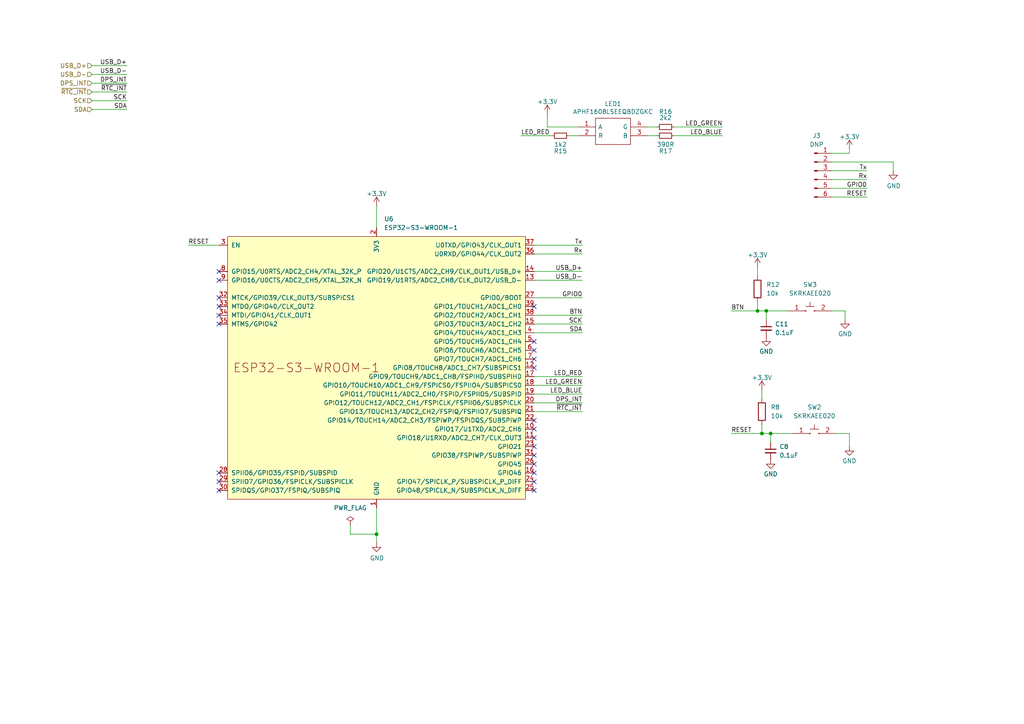
<source format=kicad_sch>
(kicad_sch (version 20230121) (generator eeschema)
  (paper "A4")
  (lib_symbols
    (symbol "APHF1608LSEEQBDZGKC:APHF1608LSEEQBDZGKC" (pin_names (offset 0.762))
      (property "Reference" "LED" (at 16.51 7.62 0))
      (property "Value" "APHF1608LSEEQBDZGKC" (at 16.51 5.08 0))
      (symbol "APHF1608LSEEQBDZGKC_0_0"
        (pin passive line (at 0 0 0) (length 5.08) (name "A") (number "1"))
        (pin passive line (at 0 -2.54 0) (length 5.08) (name "R") (number "2"))
        (pin passive line (at 20.32 -2.54 180) (length 5.08) (name "B") (number "3"))
        (pin passive line (at 20.32 0 180) (length 5.08) (name "G") (number "4"))
      )
      (symbol "APHF1608LSEEQBDZGKC_0_1"
        (polyline (pts (xy 5.08 2.54) (xy 15.24 2.54) (xy 15.24 -5.08) (xy 5.08 -5.08) (xy 5.08 2.54)) (stroke (width 0.1524)))
      )
    )
    (symbol "Connector:Conn_01x06_Pin" (pin_names (offset 1.016) hide)
      (property "Reference" "J" (at 0 7.62 0))
      (property "Value" "Conn_01x06_Pin" (at 0 -10.16 0))
      (symbol "Conn_01x06_Pin_1_1"
        (polyline (pts (xy 1.27 -7.62) (xy 0.8636 -7.62)) (stroke (width 0.1524)))
        (polyline (pts (xy 1.27 -5.08) (xy 0.8636 -5.08)) (stroke (width 0.1524)))
        (polyline (pts (xy 1.27 -2.54) (xy 0.8636 -2.54)) (stroke (width 0.1524)))
        (polyline (pts (xy 1.27 0) (xy 0.8636 0)) (stroke (width 0.1524)))
        (polyline (pts (xy 1.27 2.54) (xy 0.8636 2.54)) (stroke (width 0.1524)))
        (polyline (pts (xy 1.27 5.08) (xy 0.8636 5.08)) (stroke (width 0.1524)))
        (rectangle (start 0.8636 -7.493) (end 0 -7.747) (stroke (width 0.1524)) (fill (type outline)))
        (rectangle (start 0.8636 -4.953) (end 0 -5.207) (stroke (width 0.1524)) (fill (type outline)))
        (rectangle (start 0.8636 -2.413) (end 0 -2.667) (stroke (width 0.1524)) (fill (type outline)))
        (rectangle (start 0.8636 0.127) (end 0 -0.127) (stroke (width 0.1524)) (fill (type outline)))
        (rectangle (start 0.8636 2.667) (end 0 2.413) (stroke (width 0.1524)) (fill (type outline)))
        (rectangle (start 0.8636 5.207) (end 0 4.953) (stroke (width 0.1524)) (fill (type outline)))
        (pin passive line (at 5.08 5.08 180) (length 3.81) (name "Pin_1") (number "1"))
        (pin passive line (at 5.08 2.54 180) (length 3.81) (name "Pin_2") (number "2"))
        (pin passive line (at 5.08 0 180) (length 3.81) (name "Pin_3") (number "3"))
        (pin passive line (at 5.08 -2.54 180) (length 3.81) (name "Pin_4") (number "4"))
        (pin passive line (at 5.08 -5.08 180) (length 3.81) (name "Pin_5") (number "5"))
        (pin passive line (at 5.08 -7.62 180) (length 3.81) (name "Pin_6") (number "6"))
      )
    )
    (symbol "Device:C_Small" (pin_numbers hide) (pin_names (offset 0.254) hide)
      (property "Reference" "C" (at 0.254 1.778 0))
      (property "Value" "C_Small" (at 0.254 -2.032 0))
      (symbol "C_Small_0_1"
        (polyline (pts (xy -1.524 -0.508) (xy 1.524 -0.508)) (stroke (width 0.3302)))
        (polyline (pts (xy -1.524 0.508) (xy 1.524 0.508)) (stroke (width 0.3048)))
      )
      (symbol "C_Small_1_1"
        (pin passive line (at 0 2.54 270) (length 2.032) (name "~") (number "1"))
        (pin passive line (at 0 -2.54 90) (length 2.032) (name "~") (number "2"))
      )
    )
    (symbol "Device:R" (pin_numbers hide) (pin_names (offset 0))
      (property "Reference" "R" (at 2.032 0 90))
      (property "Value" "R" (at 0 0 90))
      (symbol "R_0_1"
        (rectangle (start -1.016 -2.54) (end 1.016 2.54) (stroke (width 0.254)))
      )
      (symbol "R_1_1"
        (pin passive line (at 0 3.81 270) (length 1.27) (name "~") (number "1"))
        (pin passive line (at 0 -3.81 90) (length 1.27) (name "~") (number "2"))
      )
    )
    (symbol "Device:R_Small" (pin_numbers hide) (pin_names (offset 0.254) hide)
      (property "Reference" "R" (at 0.762 0.508 0))
      (property "Value" "R_Small" (at 0.762 -1.016 0))
      (symbol "R_Small_0_1"
        (rectangle (start -0.762 1.778) (end 0.762 -1.778) (stroke (width 0.2032)))
      )
      (symbol "R_Small_1_1"
        (pin passive line (at 0 2.54 270) (length 0.762) (name "~") (number "1"))
        (pin passive line (at 0 -2.54 90) (length 0.762) (name "~") (number "2"))
      )
    )
    (symbol "Espressif:ESP32-S3-WROOM-1" (pin_names (offset 1.016))
      (property "Reference" "U" (at -43.18 43.18 0))
      (property "Value" "ESP32-S3-WROOM-1" (at -43.18 40.64 0))
      (symbol "ESP32-S3-WROOM-1_0_0"
        (text "ESP32-S3-WROOM-1" (at -20.32 0 0) (effects (font (size 2.54 2.54))))
        (pin power_in line (at 0 -40.64 90) (length 2.54) (name "GND") (number "1"))
        (pin bidirectional line (at 45.72 -17.78 180) (length 2.54) (name "GPIO17/U1TXD/ADC2_CH6") (number "10"))
        (pin bidirectional line (at 45.72 -20.32 180) (length 2.54) (name "GPIO18/U1RXD/ADC2_CH7/CLK_OUT3") (number "11"))
        (pin bidirectional line (at 45.72 0 180) (length 2.54) (name "GPIO8/TOUCH8/ADC1_CH7/SUBSPICS1") (number "12"))
        (pin bidirectional line (at 45.72 25.4 180) (length 2.54) (name "GPIO19/U1RTS/ADC2_CH8/CLK_OUT2/USB_D-") (number "13"))
        (pin bidirectional line (at 45.72 27.94 180) (length 2.54) (name "GPIO20/U1CTS/ADC2_CH9/CLK_OUT1/USB_D+") (number "14"))
        (pin bidirectional line (at 45.72 12.7 180) (length 2.54) (name "GPIO3/TOUCH3/ADC1_CH2") (number "15"))
        (pin bidirectional line (at 45.72 -30.48 180) (length 2.54) (name "GPIO46") (number "16"))
        (pin bidirectional line (at 45.72 -2.54 180) (length 2.54) (name "GPIO9/TOUCH9/ADC1_CH8/FSPIHD/SUBSPIHD") (number "17"))
        (pin bidirectional line (at 45.72 -5.08 180) (length 2.54) (name "GPIO10/TOUCH10/ADC1_CH9/FSPICS0/FSPIIO4/SUBSPICS0") (number "18"))
        (pin bidirectional line (at 45.72 -7.62 180) (length 2.54) (name "GPIO11/TOUCH11/ADC2_CH0/FSPID/FSPIIO5/SUBSPID") (number "19"))
        (pin power_in line (at 0 40.64 270) (length 2.54) (name "3V3") (number "2"))
        (pin bidirectional line (at 45.72 -10.16 180) (length 2.54) (name "GPIO12/TOUCH12/ADC2_CH1/FSPICLK/FSPIIO6/SUBSPICLK") (number "20"))
        (pin bidirectional line (at 45.72 -12.7 180) (length 2.54) (name "GPIO13/TOUCH13/ADC2_CH2/FSPIQ/FSPIIO7/SUBSPIQ") (number "21"))
        (pin bidirectional line (at 45.72 -15.24 180) (length 2.54) (name "GPIO14/TOUCH14/ADC2_CH3/FSPIWP/FSPIDQS/SUBSPIWP") (number "22"))
        (pin bidirectional line (at 45.72 -22.86 180) (length 2.54) (name "GPIO21") (number "23"))
        (pin bidirectional line (at 45.72 -33.02 180) (length 2.54) (name "GPIO47/SPICLK_P/SUBSPICLK_P_DIFF") (number "24"))
        (pin bidirectional line (at 45.72 -35.56 180) (length 2.54) (name "GPIO48/SPICLK_N/SUBSPICLK_N_DIFF") (number "25"))
        (pin bidirectional line (at 45.72 -27.94 180) (length 2.54) (name "GPIO45") (number "26"))
        (pin bidirectional line (at 45.72 20.32 180) (length 2.54) (name "GPIO0/BOOT") (number "27"))
        (pin bidirectional line (at -45.72 -30.48 0) (length 2.54) (name "SPIIO6/GPIO35/FSPID/SUBSPID") (number "28"))
        (pin bidirectional line (at -45.72 -33.02 0) (length 2.54) (name "SPIIO7/GPIO36/FSPICLK/SUBSPICLK") (number "29"))
        (pin input line (at -45.72 35.56 0) (length 2.54) (name "EN") (number "3"))
        (pin bidirectional line (at -45.72 -35.56 0) (length 2.54) (name "SPIDQS/GPIO37/FSPIQ/SUBSPIQ") (number "30"))
        (pin bidirectional line (at 45.72 -25.4 180) (length 2.54) (name "GPIO38/FSPIWP/SUBSPIWP") (number "31"))
        (pin bidirectional line (at -45.72 20.32 0) (length 2.54) (name "MTCK/GPIO39/CLK_OUT3/SUBSPICS1") (number "32"))
        (pin bidirectional line (at -45.72 17.78 0) (length 2.54) (name "MTDO/GPIO40/CLK_OUT2") (number "33"))
        (pin bidirectional line (at -45.72 15.24 0) (length 2.54) (name "MTDI/GPIO41/CLK_OUT1") (number "34"))
        (pin bidirectional line (at -45.72 12.7 0) (length 2.54) (name "MTMS/GPIO42") (number "35"))
        (pin bidirectional line (at 45.72 33.02 180) (length 2.54) (name "U0RXD/GPIO44/CLK_OUT2") (number "36"))
        (pin bidirectional line (at 45.72 35.56 180) (length 2.54) (name "U0TXD/GPIO43/CLK_OUT1") (number "37"))
        (pin bidirectional line (at 45.72 15.24 180) (length 2.54) (name "GPIO2/TOUCH2/ADC1_CH1") (number "38"))
        (pin bidirectional line (at 45.72 17.78 180) (length 2.54) (name "GPIO1/TOUCH1/ADC1_CH0") (number "39"))
        (pin bidirectional line (at 45.72 10.16 180) (length 2.54) (name "GPIO4/TOUCH4/ADC1_CH3") (number "4"))
        (pin passive line (at 0 -40.64 90) (length 2.54) hide (name "GND") (number "40"))
        (pin passive line (at 0 -40.64 90) (length 2.54) hide (name "GND") (number "41"))
        (pin bidirectional line (at 45.72 7.62 180) (length 2.54) (name "GPIO5/TOUCH5/ADC1_CH4") (number "5"))
        (pin bidirectional line (at 45.72 5.08 180) (length 2.54) (name "GPIO6/TOUCH6/ADC1_CH5") (number "6"))
        (pin bidirectional line (at 45.72 2.54 180) (length 2.54) (name "GPIO7/TOUCH7/ADC1_CH6") (number "7"))
        (pin bidirectional line (at -45.72 27.94 0) (length 2.54) (name "GPIO15/U0RTS/ADC2_CH4/XTAL_32K_P") (number "8"))
        (pin bidirectional line (at -45.72 25.4 0) (length 2.54) (name "GPIO16/U0CTS/ADC2_CH5/XTAL_32K_N") (number "9"))
      )
      (symbol "ESP32-S3-WROOM-1_0_1"
        (rectangle (start -43.18 38.1) (end 43.18 -38.1) (fill (type background)))
      )
    )
    (symbol "SKRKAEE020:SKRKAEE020" (pin_names (offset 1.016))
      (property "Reference" "SW" (at 0 -1.27 0))
      (property "Value" "SKRKAEE020" (at 0 3.81 0))
      (symbol "SKRKAEE020_0_1"
        (circle (center -1.27 0) (radius 0.127))
        (polyline (pts (xy -1.27 1.27) (xy 1.27 1.27)))
        (polyline (pts (xy 0 1.27) (xy 0 2.54)))
        (circle (center 1.27 0) (radius 0.127))
      )
      (symbol "SKRKAEE020_1_1"
        (pin passive line (at -6.35 0 0) (length 5.08) (name "~") (number "1"))
        (pin passive line (at 6.35 0 180) (length 5.08) (name "~") (number "2"))
      )
    )
    (symbol "power:+3.3V" (power) (pin_names (offset 0))
      (property "Value" "+3.3V" (at 0 3.556 0))
      (symbol "+3.3V_0_1"
        (polyline (pts (xy -0.762 1.27) (xy 0 2.54)))
        (polyline (pts (xy 0 0) (xy 0 2.54)))
        (polyline (pts (xy 0 2.54) (xy 0.762 1.27)))
      )
      (symbol "+3.3V_1_1"
        (pin power_in line (at 0 0 90) (length 0) hide (name "+3.3V") (number "1"))
      )
    )
    (symbol "power:GND" (power) (pin_names (offset 0))
      (property "Value" "GND" (at 0 -3.81 0))
      (symbol "GND_0_1"
        (polyline (pts (xy 0 0) (xy 0 -1.27) (xy 1.27 -1.27) (xy 0 -2.54) (xy -1.27 -1.27) (xy 0 -1.27)))
      )
      (symbol "GND_1_1"
        (pin power_in line (at 0 0 270) (length 0) hide (name "GND") (number "1"))
      )
    )
    (symbol "power:PWR_FLAG" (power) (pin_numbers hide) (pin_names (offset 0) hide)
      (property "Value" "PWR_FLAG" (at 0 3.81 0))
      (symbol "PWR_FLAG_0_0"
        (pin power_out line (at 0 0 90) (length 0) (name "pwr") (number "1"))
      )
      (symbol "PWR_FLAG_0_1"
        (polyline (pts (xy 0 0) (xy 0 1.27) (xy -1.016 1.905) (xy 0 2.54) (xy 1.016 1.905) (xy 0 1.27)))
      )
    )
  )
  (junction (at 222.25 90.17))
  (junction (at 109.22 154.94))
  (junction (at 220.98 125.73))
  (junction (at 223.52 125.73))
  (junction (at 219.71 90.17))
  (no_connect (at 63.5 81.28))
  (no_connect (at 154.94 139.7))
  (no_connect (at 154.94 129.54))
  (no_connect (at 63.5 139.7))
  (no_connect (at 154.94 137.16))
  (no_connect (at 63.5 142.24))
  (no_connect (at 154.94 142.24))
  (no_connect (at 154.94 132.08))
  (no_connect (at 154.94 124.46))
  (no_connect (at 154.94 99.06))
  (no_connect (at 154.94 106.68))
  (no_connect (at 154.94 101.6))
  (no_connect (at 154.94 104.14))
  (no_connect (at 154.94 127))
  (no_connect (at 63.5 93.98))
  (no_connect (at 63.5 91.44))
  (no_connect (at 154.94 134.62))
  (no_connect (at 63.5 78.74))
  (no_connect (at 63.5 88.9))
  (no_connect (at 154.94 88.9))
  (no_connect (at 63.5 137.16))
  (no_connect (at 154.94 121.92))
  (no_connect (at 63.5 86.36))
  (wire (pts (xy 151.13 39.37) (xy 160.02 39.37)))
  (wire (pts (xy 26.67 24.13) (xy 36.83 24.13)))
  (wire (pts (xy 54.61 71.12) (xy 63.5 71.12)))
  (wire (pts (xy 223.52 125.73) (xy 229.87 125.73)))
  (wire (pts (xy 241.3 52.07) (xy 251.46 52.07)))
  (wire (pts (xy 220.98 123.19) (xy 220.98 125.73)))
  (wire (pts (xy 241.3 49.53) (xy 251.46 49.53)))
  (wire (pts (xy 220.98 113.03) (xy 220.98 115.57)))
  (wire (pts (xy 195.58 39.37) (xy 209.55 39.37)))
  (wire (pts (xy 168.91 111.76) (xy 154.94 111.76)))
  (wire (pts (xy 154.94 109.22) (xy 168.91 109.22)))
  (wire (pts (xy 259.08 46.99) (xy 241.3 46.99)))
  (wire (pts (xy 154.94 114.3) (xy 168.91 114.3)))
  (wire (pts (xy 154.94 71.12) (xy 168.91 71.12)))
  (wire (pts (xy 212.09 125.73) (xy 220.98 125.73)))
  (wire (pts (xy 219.71 90.17) (xy 222.25 90.17)))
  (wire (pts (xy 154.94 81.28) (xy 168.91 81.28)))
  (wire (pts (xy 36.83 21.59) (xy 26.67 21.59)))
  (wire (pts (xy 109.22 59.69) (xy 109.22 66.04)))
  (wire (pts (xy 158.75 36.83) (xy 167.64 36.83)))
  (wire (pts (xy 246.38 125.73) (xy 246.38 129.54)))
  (wire (pts (xy 241.3 90.17) (xy 245.11 90.17)))
  (wire (pts (xy 154.94 96.52) (xy 168.91 96.52)))
  (wire (pts (xy 222.25 90.17) (xy 222.25 92.71)))
  (wire (pts (xy 101.6 152.4) (xy 101.6 154.94)))
  (wire (pts (xy 219.71 87.63) (xy 219.71 90.17)))
  (wire (pts (xy 26.67 31.75) (xy 36.83 31.75)))
  (wire (pts (xy 212.09 90.17) (xy 219.71 90.17)))
  (wire (pts (xy 259.08 49.53) (xy 259.08 46.99)))
  (wire (pts (xy 246.38 44.45) (xy 241.3 44.45)))
  (wire (pts (xy 187.96 36.83) (xy 190.5 36.83)))
  (wire (pts (xy 26.67 29.21) (xy 36.83 29.21)))
  (wire (pts (xy 36.83 19.05) (xy 26.67 19.05)))
  (wire (pts (xy 154.94 119.38) (xy 168.91 119.38)))
  (wire (pts (xy 154.94 116.84) (xy 168.91 116.84)))
  (wire (pts (xy 109.22 147.32) (xy 109.22 154.94)))
  (wire (pts (xy 246.38 43.18) (xy 246.38 44.45)))
  (wire (pts (xy 154.94 93.98) (xy 168.91 93.98)))
  (wire (pts (xy 209.55 36.83) (xy 195.58 36.83)))
  (wire (pts (xy 220.98 125.73) (xy 223.52 125.73)))
  (wire (pts (xy 101.6 154.94) (xy 109.22 154.94)))
  (wire (pts (xy 241.3 57.15) (xy 251.46 57.15)))
  (wire (pts (xy 165.1 39.37) (xy 167.64 39.37)))
  (wire (pts (xy 245.11 92.71) (xy 245.11 90.17)))
  (wire (pts (xy 154.94 86.36) (xy 168.91 86.36)))
  (wire (pts (xy 154.94 91.44) (xy 168.91 91.44)))
  (wire (pts (xy 190.5 39.37) (xy 187.96 39.37)))
  (wire (pts (xy 223.52 125.73) (xy 223.52 128.27)))
  (wire (pts (xy 222.25 90.17) (xy 228.6 90.17)))
  (wire (pts (xy 219.71 77.47) (xy 219.71 80.01)))
  (wire (pts (xy 154.94 78.74) (xy 168.91 78.74)))
  (wire (pts (xy 26.67 26.67) (xy 36.83 26.67)))
  (wire (pts (xy 109.22 154.94) (xy 109.22 157.48)))
  (wire (pts (xy 158.75 33.02) (xy 158.75 36.83)))
  (wire (pts (xy 241.3 54.61) (xy 251.46 54.61)))
  (wire (pts (xy 242.57 125.73) (xy 246.38 125.73)))
  (wire (pts (xy 154.94 73.66) (xy 168.91 73.66)))
  (label "SDA" (at 168.91 96.52 180))
  (label "GPIO0" (at 168.91 86.36 180))
  (label "RESET" (at 54.61 71.12 0))
  (label "LED_GREEN" (at 168.91 111.76 180))
  (label "RESET" (at 212.09 125.73 0))
  (label "BTN" (at 168.91 91.44 180))
  (label "~{RTC_INT}" (at 36.83 26.67 180))
  (label "Tx" (at 251.46 49.53 180))
  (label "Rx" (at 168.91 73.66 180))
  (label "USB_D-" (at 168.91 81.28 180))
  (label "LED_BLUE" (at 209.55 39.37 180))
  (label "SCK" (at 168.91 93.98 180))
  (label "RESET" (at 251.46 57.15 180))
  (label "DPS_INT" (at 168.91 116.84 180))
  (label "LED_RED" (at 168.91 109.22 180))
  (label "LED_GREEN" (at 209.55 36.83 180))
  (label "DPS_INT" (at 36.83 24.13 180))
  (label "Rx" (at 251.46 52.07 180))
  (label "GPIO0" (at 251.46 54.61 180))
  (label "LED_RED" (at 151.13 39.37 0))
  (label "USB_D+" (at 36.83 19.05 180))
  (label "SDA" (at 36.83 31.75 180))
  (label "SCK" (at 36.83 29.21 180))
  (label "LED_BLUE" (at 168.91 114.3 180))
  (label "Tx" (at 168.91 71.12 180))
  (label "~{RTC_INT}" (at 168.91 119.38 180))
  (label "USB_D-" (at 36.83 21.59 180))
  (label "USB_D+" (at 168.91 78.74 180))
  (label "BTN" (at 212.09 90.17 0))
  (hierarchical_label "SDA" (shape input) (at 26.67 31.75 180))
  (hierarchical_label "SCK" (shape input) (at 26.67 29.21 180))
  (hierarchical_label "~{RTC_INT}" (shape input) (at 26.67 26.67 180))
  (hierarchical_label "USB_D-" (shape input) (at 26.67 21.59 180))
  (hierarchical_label "DPS_INT" (shape input) (at 26.67 24.13 180))
  (hierarchical_label "USB_D+" (shape input) (at 26.67 19.05 180))
  (symbol (lib_id "SKRKAEE020:SKRKAEE020") (at 236.22 125.73 0) (unit 1)
    (property "Reference" "SW2" (at 236.22 118.11 0))
    (property "Value" "SKRKAEE020" (at 236.22 120.65 0))
    (property "Footprint" "SKRKAEE020:SKRKAEE020" (effects hide))
    (instances (project "ot-riwa" (path "" (reference "SW2") (unit 1)) (path "" (reference "SW3") (unit 1))))
  )
  (symbol (lib_id "power:+3.3V") (at 219.71 77.47 0) (unit 1)
    (property "Reference" "#PWR039" (effects hide))
    (property "Value" "+3.3V" (at 219.71 73.9681 0))
    (instances (project "ot-riwa" (path "" (reference "#PWR039") (unit 1)) (path "" (reference "#PWR035") (unit 1))) (project "dps368-breakout" (path "" (reference "#PWR010") (unit 1))))
  )
  (symbol (lib_id "Device:R") (at 220.98 119.38 0) (unit 1)
    (property "Reference" "R8" (at 223.52 118.11 0) (effects (justify left)))
    (property "Value" "10k" (at 223.52 120.65 0) (effects (justify left)))
    (property "Footprint" "Resistor_SMD:R_0603_1608Metric" (effects hide))
    (instances (project "ot-riwa" (path "" (reference "R8") (unit 1)) (path "" (reference "R12") (unit 1))) (project "dps368-breakout" (path "" (reference "R1") (unit 1))))
  )
  (symbol (lib_id "power:+3.3V") (at 109.22 59.69 0) (unit 1)
    (property "Reference" "#PWR021" (effects hide))
    (property "Value" "+3.3V" (at 109.22 56.1881 0))
    (instances (project "ot-riwa" (path "" (reference "#PWR021") (unit 1)) (path "" (reference "#PWR050") (unit 1))) (project "dps368-breakout" (path "" (reference "#PWR010") (unit 1))))
  )
  (symbol (lib_id "Connector:Conn_01x06_Pin") (at 236.22 49.53 0) (unit 1)
    (property "Reference" "J3" (at 236.855 39.37 0))
    (property "Value" "DNP" (at 236.855 41.91 0))
    (property "Footprint" "Connector_PinSocket_2.54mm:PinSocket_1x06_P2.54mm_Vertical" (effects hide))
    (instances (project "ot-riwa" (path "" (reference "J3") (unit 1))) (project "rep-trap-pcb" (path "" (reference "J9") (unit 1))))
  )
  (symbol (lib_id "power:GND") (at 245.11 92.71 0) (unit 1)
    (property "Reference" "#PWR041" (effects hide))
    (property "Value" "GND" (at 245.11 96.8455 0))
    (instances (project "ot-riwa" (path "" (reference "#PWR041") (unit 1)) (path "" (reference "#PWR039") (unit 1))) (project "dps368-breakout" (path "" (reference "#PWR03") (unit 1))))
  )
  (symbol (lib_id "power:PWR_FLAG") (at 101.6 152.4 0) (unit 1)
    (property "Reference" "#FLG01" (effects hide))
    (property "Value" "PWR_FLAG" (at 101.6 147.32 0))
  )
  (symbol (lib_id "Device:C_Small") (at 222.25 95.25 0) (unit 1)
    (property "Reference" "C11" (at 224.79 93.9863 0) (effects (justify left)))
    (property "Value" "0.1uF" (at 224.79 96.5263 0) (effects (justify left)))
    (property "Footprint" "Capacitor_SMD:C_0603_1608Metric" (effects hide))
    (instances (project "ot-riwa" (path "" (reference "C11") (unit 1)) (path "" (reference "C8") (unit 1))))
  )
  (symbol (lib_id "power:+3.3V") (at 220.98 113.03 0) (unit 1)
    (property "Reference" "#PWR036" (effects hide))
    (property "Value" "+3.3V" (at 220.98 109.5281 0))
    (instances (project "ot-riwa" (path "" (reference "#PWR036") (unit 1)) (path "" (reference "#PWR037") (unit 1))) (project "dps368-breakout" (path "" (reference "#PWR010") (unit 1))))
  )
  (symbol (lib_id "SKRKAEE020:SKRKAEE020") (at 234.95 90.17 0) (unit 1)
    (property "Reference" "SW3" (at 234.95 82.55 0))
    (property "Value" "SKRKAEE020" (at 234.95 85.09 0))
    (property "Footprint" "SKRKAEE020:SKRKAEE020" (effects hide))
    (instances (project "ot-riwa" (path "" (reference "SW3") (unit 1)) (path "" (reference "SW2") (unit 1))))
  )
  (symbol (lib_id "power:GND") (at 259.08 49.53 0) (unit 1)
    (property "Reference" "#PWR049" (effects hide))
    (property "Value" "GND" (at 259.207 53.9242 0))
    (instances (project "ot-riwa" (path "" (reference "#PWR049") (unit 1))) (project "RP2040_minimal" (path "" (reference "#PWR02") (unit 1))) (project "rep-trap-pcb" (path "" (reference "#PWR061") (unit 1))))
  )
  (symbol (lib_id "power:+3.3V") (at 158.75 33.02 0) (unit 1)
    (property "Reference" "#PWR021" (effects hide))
    (property "Value" "+3.3V" (at 158.75 29.5181 0))
    (instances (project "ot-riwa" (path "" (reference "#PWR021") (unit 1)) (path "" (reference "#PWR043") (unit 1))) (project "dps368-breakout" (path "" (reference "#PWR010") (unit 1))))
  )
  (symbol (lib_id "APHF1608LSEEQBDZGKC:APHF1608LSEEQBDZGKC") (at 167.64 36.83 0) (unit 1)
    (property "Reference" "LED1" (at 177.8 30.099 0))
    (property "Value" "APHF1608LSEEQBDZGKC" (at 177.8 32.4104 0))
    (property "Footprint" "APHF1608LSEEQBDZGKC:APHF1608LSEEQBDZGKC" (effects hide))
    (property "Datasheet" "https://componentsearchengine.com/Datasheets/1/APHF1608LSEEQBDZGKC.pdf" (effects hide))
    (property "Description" "Standard LEDs - SMD RGB 0603 SMD" (effects hide))
    (property "Manufacturer_Name" "Kingbright" (effects hide))
    (property "Manufacturer_Part_Number" "APHF1608LSEEQBDZGKC" (effects hide))
    (property "Mouser Part Number" "604-APHF1608LQBDZGKC" (effects hide))
    (property "Mouser Price/Stock" "https://www.mouser.co.uk/ProductDetail/Kingbright/APHF1608LSEEQBDZGKC?qs=YCa%2FAAYMW02iGkI4tWMQgA%3D%3D" (effects hide))
    (property "Arrow Part Number" "APHF1608LSEEQBDZGKC" (effects hide))
    (property "Arrow Price/Stock" "https://www.arrow.com/en/products/aphf1608lseeqbdzgkc/kingbright" (effects hide))
  )
  (symbol (lib_id "power:GND") (at 222.25 97.79 0) (unit 1)
    (property "Reference" "#PWR040" (effects hide))
    (property "Value" "GND" (at 222.25 101.9255 0))
    (instances (project "ot-riwa" (path "" (reference "#PWR040") (unit 1)) (path "" (reference "#PWR036") (unit 1))) (project "dps368-breakout" (path "" (reference "#PWR03") (unit 1))))
  )
  (symbol (lib_id "Device:R") (at 219.71 83.82 0) (unit 1)
    (property "Reference" "R12" (at 222.25 82.55 0) (effects (justify left)))
    (property "Value" "10k" (at 222.25 85.09 0) (effects (justify left)))
    (property "Footprint" "Resistor_SMD:R_0603_1608Metric" (effects hide))
    (instances (project "ot-riwa" (path "" (reference "R12") (unit 1)) (path "" (reference "R8") (unit 1))) (project "dps368-breakout" (path "" (reference "R1") (unit 1))))
  )
  (symbol (lib_id "Device:R_Small") (at 162.56 39.37 270) (unit 1)
    (property "Reference" "R15" (at 162.56 43.815 90))
    (property "Value" "1k2" (at 162.56 41.91 90))
    (property "Footprint" "Resistor_SMD:R_0603_1608Metric" (effects hide))
    (instances (project "ot-riwa" (path "" (reference "R15") (unit 1))) (project "nrf52-sensor-tag" (path "" (reference "R5") (unit 1))))
  )
  (symbol (lib_id "power:GND") (at 246.38 129.54 0) (unit 1)
    (property "Reference" "#PWR037" (effects hide))
    (property "Value" "GND" (at 246.38 133.6755 0))
    (instances (project "ot-riwa" (path "" (reference "#PWR037") (unit 1)) (path "" (reference "#PWR040") (unit 1))) (project "dps368-breakout" (path "" (reference "#PWR03") (unit 1))))
  )
  (symbol (lib_id "power:+3.3V") (at 246.38 43.18 0) (unit 1)
    (property "Reference" "#PWR024" (effects hide))
    (property "Value" "+3.3V" (at 246.38 39.6781 0))
    (instances (project "gx-base-2x2" (path "" (reference "#PWR024") (unit 1))) (project "ot-riwa" (path "" (reference "#PWR048") (unit 1))) (project "rep-trap-pcb" (path "" (reference "#PWR060") (unit 1))) (project "gx-sensor-module-temperature" (path "" (reference "#PWR028") (unit 1))))
  )
  (symbol (lib_id "power:GND") (at 223.52 133.35 0) (unit 1)
    (property "Reference" "#PWR035" (effects hide))
    (property "Value" "GND" (at 223.52 137.4855 0))
    (instances (project "ot-riwa" (path "" (reference "#PWR035") (unit 1)) (path "" (reference "#PWR038") (unit 1))) (project "dps368-breakout" (path "" (reference "#PWR03") (unit 1))))
  )
  (symbol (lib_id "Device:R_Small") (at 193.04 39.37 270) (unit 1)
    (property "Reference" "R17" (at 193.04 43.815 90))
    (property "Value" "390R" (at 193.04 41.91 90))
    (property "Footprint" "Resistor_SMD:R_0603_1608Metric" (effects hide))
    (instances (project "ot-riwa" (path "" (reference "R17") (unit 1))) (project "nrf52-sensor-tag" (path "" (reference "R7") (unit 1))))
  )
  (symbol (lib_id "Espressif:ESP32-S3-WROOM-1") (at 109.22 106.68 0) (unit 1)
    (property "Reference" "U6" (at 111.4141 63.5 0) (effects (justify left)))
    (property "Value" "ESP32-S3-WROOM-1" (at 111.4141 66.04 0) (effects (justify left)))
    (property "Footprint" "ESP32-S3:ESP32-S3-WROOM-1U" (effects hide))
    (property "Datasheet" "https://www.espressif.com/sites/default/files/documentation/esp32-s3-wroom-1_wroom-1u_datasheet_en.pdf" (effects hide))
  )
  (symbol (lib_id "Device:C_Small") (at 223.52 130.81 0) (unit 1)
    (property "Reference" "C8" (at 226.06 129.5463 0) (effects (justify left)))
    (property "Value" "0.1uF" (at 226.06 132.0863 0) (effects (justify left)))
    (property "Footprint" "Capacitor_SMD:C_0603_1608Metric" (effects hide))
    (instances (project "ot-riwa" (path "" (reference "C8") (unit 1)) (path "" (reference "C11") (unit 1))))
  )
  (symbol (lib_id "power:GND") (at 109.22 157.48 0) (unit 1)
    (property "Reference" "#PWR038" (effects hide))
    (property "Value" "GND" (at 109.347 161.8742 0))
    (instances (project "ot-riwa" (path "" (reference "#PWR038") (unit 1)) (path "" (reference "#PWR051") (unit 1))) (project "nrf52-sensor-tag" (path "" (reference "#PWR0118") (unit 1))))
  )
  (symbol (lib_id "Device:R_Small") (at 193.04 36.83 270) (unit 1)
    (property "Reference" "R16" (at 193.04 32.385 90))
    (property "Value" "2k2" (at 193.04 34.163 90))
    (property "Footprint" "Resistor_SMD:R_0603_1608Metric" (effects hide))
    (instances (project "ot-riwa" (path "" (reference "R16") (unit 1))) (project "nrf52-sensor-tag" (path "" (reference "R6") (unit 1))))
  )
)
</source>
